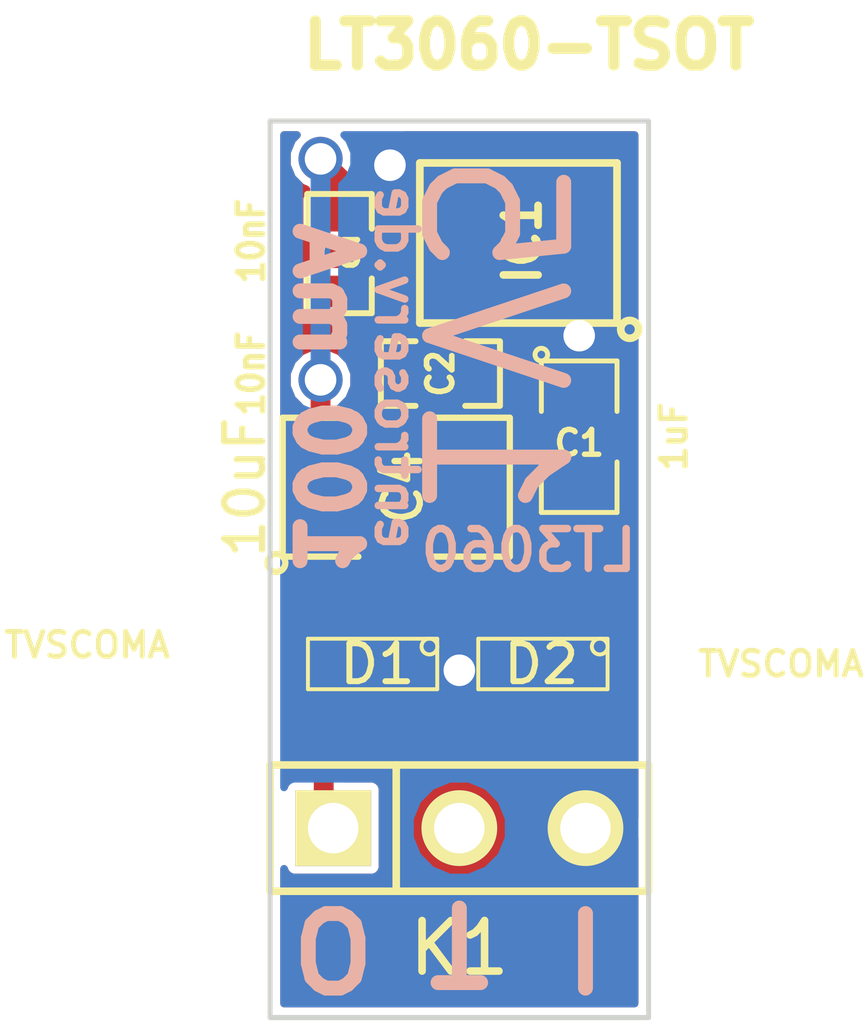
<source format=kicad_pcb>
(kicad_pcb (version 3) (host pcbnew "(2013-07-07 BZR 4022)-stable")

  (general
    (links 19)
    (no_connects 0)
    (area 47.507548 47.0011 65.776452 68.9372)
    (thickness 1.6)
    (drawings 12)
    (tracks 31)
    (zones 0)
    (modules 8)
    (nets 7)
  )

  (page A3)
  (layers
    (15 F.Cu signal)
    (0 B.Cu signal)
    (16 B.Adhes user)
    (17 F.Adhes user)
    (18 B.Paste user)
    (19 F.Paste user)
    (20 B.SilkS user)
    (21 F.SilkS user)
    (22 B.Mask user)
    (23 F.Mask user)
    (24 Dwgs.User user)
    (25 Cmts.User user)
    (26 Eco1.User user)
    (27 Eco2.User user)
    (28 Edge.Cuts user)
  )

  (setup
    (last_trace_width 0.4)
    (trace_clearance 0.154)
    (zone_clearance 0.154)
    (zone_45_only no)
    (trace_min 0.254)
    (segment_width 0.2)
    (edge_width 0.1)
    (via_size 0.889)
    (via_drill 0.635)
    (via_min_size 0.889)
    (via_min_drill 0.508)
    (uvia_size 0.508)
    (uvia_drill 0.127)
    (uvias_allowed no)
    (uvia_min_size 0.508)
    (uvia_min_drill 0.127)
    (pcb_text_width 0.3)
    (pcb_text_size 1.5 1.5)
    (mod_edge_width 0.154)
    (mod_text_size 1 1)
    (mod_text_width 0.15)
    (pad_size 1.5 1.5)
    (pad_drill 0.6)
    (pad_to_mask_clearance 0)
    (aux_axis_origin 0 0)
    (visible_elements 7FFFFFFF)
    (pcbplotparams
      (layerselection 284196865)
      (usegerberextensions true)
      (excludeedgelayer true)
      (linewidth 0.150000)
      (plotframeref false)
      (viasonmask false)
      (mode 1)
      (useauxorigin false)
      (hpglpennumber 1)
      (hpglpenspeed 20)
      (hpglpendiameter 15)
      (hpglpenoverlay 2)
      (psnegative false)
      (psa4output false)
      (plotreference true)
      (plotvalue true)
      (plotothertext true)
      (plotinvisibletext false)
      (padsonsilk false)
      (subtractmaskfromsilk false)
      (outputformat 1)
      (mirror false)
      (drillshape 0)
      (scaleselection 1)
      (outputdirectory ""))
  )

  (net 0 "")
  (net 1 /Vin)
  (net 2 /Vout)
  (net 3 GND)
  (net 4 N-000001)
  (net 5 N-000002)
  (net 6 N-000004)

  (net_class Default "Dies ist die voreingestellte Netzklasse."
    (clearance 0.154)
    (trace_width 0.4)
    (via_dia 0.889)
    (via_drill 0.635)
    (uvia_dia 0.508)
    (uvia_drill 0.127)
    (add_net "")
    (add_net /Vin)
    (add_net /Vout)
    (add_net GND)
    (add_net N-000001)
    (add_net N-000002)
    (add_net N-000004)
  )

  (module SM1210 (layer F.Cu) (tedit 53DE8A50) (tstamp 53DC3E22)
    (at 55.88 56.642)
    (tags "CMS SM")
    (path /53DBB648)
    (attr smd)
    (fp_text reference C4 (at 0.127 0 90) (layer F.SilkS)
      (effects (font (size 0.762 0.762) (thickness 0.127)))
    )
    (fp_text value 10uF (at -3.048 0 90) (layer F.SilkS)
      (effects (font (size 0.762 0.762) (thickness 0.127)))
    )
    (fp_circle (center -2.413 1.524) (end -2.286 1.397) (layer F.SilkS) (width 0.127))
    (fp_line (start -0.762 -1.397) (end -2.286 -1.397) (layer F.SilkS) (width 0.127))
    (fp_line (start -2.286 -1.397) (end -2.286 1.397) (layer F.SilkS) (width 0.127))
    (fp_line (start -2.286 1.397) (end -0.762 1.397) (layer F.SilkS) (width 0.127))
    (fp_line (start 0.762 1.397) (end 2.286 1.397) (layer F.SilkS) (width 0.127))
    (fp_line (start 2.286 1.397) (end 2.286 -1.397) (layer F.SilkS) (width 0.127))
    (fp_line (start 2.286 -1.397) (end 0.762 -1.397) (layer F.SilkS) (width 0.127))
    (pad 1 smd rect (at -1.524 0) (size 1.27 2.54)
      (layers F.Cu F.Paste F.Mask)
      (net 2 /Vout)
    )
    (pad 2 smd rect (at 1.524 0) (size 1.27 2.54)
      (layers F.Cu F.Paste F.Mask)
      (net 3 GND)
    )
    (model smd/chip_cms.wrl
      (at (xyz 0 0 0))
      (scale (xyz 0.17 0.2 0.17))
      (rotate (xyz 0 0 0))
    )
  )

  (module SM0805 (layer F.Cu) (tedit 53DE8A44) (tstamp 53DC3E2F)
    (at 59.563 55.626 270)
    (path /53DBB64E)
    (attr smd)
    (fp_text reference C1 (at 0.127 0 360) (layer F.SilkS)
      (effects (font (size 0.50038 0.50038) (thickness 0.10922)))
    )
    (fp_text value 1uF (at 0 -1.905 270) (layer F.SilkS)
      (effects (font (size 0.50038 0.50038) (thickness 0.10922)))
    )
    (fp_circle (center -1.651 0.762) (end -1.651 0.635) (layer F.SilkS) (width 0.09906))
    (fp_line (start -0.508 0.762) (end -1.524 0.762) (layer F.SilkS) (width 0.09906))
    (fp_line (start -1.524 0.762) (end -1.524 -0.762) (layer F.SilkS) (width 0.09906))
    (fp_line (start -1.524 -0.762) (end -0.508 -0.762) (layer F.SilkS) (width 0.09906))
    (fp_line (start 0.508 -0.762) (end 1.524 -0.762) (layer F.SilkS) (width 0.09906))
    (fp_line (start 1.524 -0.762) (end 1.524 0.762) (layer F.SilkS) (width 0.09906))
    (fp_line (start 1.524 0.762) (end 0.508 0.762) (layer F.SilkS) (width 0.09906))
    (pad 1 smd rect (at -0.9525 0 270) (size 0.889 1.397)
      (layers F.Cu F.Paste F.Mask)
      (net 1 /Vin)
    )
    (pad 2 smd rect (at 0.9525 0 270) (size 0.889 1.397)
      (layers F.Cu F.Paste F.Mask)
      (net 3 GND)
    )
    (model smd/chip_cms.wrl
      (at (xyz 0 0 0))
      (scale (xyz 0.1 0.1 0.1))
      (rotate (xyz 0 0 0))
    )
  )

  (module SM0603_Capa (layer F.Cu) (tedit 53DE8A55) (tstamp 53DC3E3B)
    (at 56.769 54.356)
    (path /53DBB623)
    (attr smd)
    (fp_text reference C2 (at 0 0 90) (layer F.SilkS)
      (effects (font (size 0.508 0.4572) (thickness 0.1143)))
    )
    (fp_text value 10nF (at -3.81 0 90) (layer F.SilkS)
      (effects (font (size 0.508 0.4572) (thickness 0.1143)))
    )
    (fp_line (start 0.50038 0.65024) (end 1.19888 0.65024) (layer F.SilkS) (width 0.11938))
    (fp_line (start -0.50038 0.65024) (end -1.19888 0.65024) (layer F.SilkS) (width 0.11938))
    (fp_line (start 0.50038 -0.65024) (end 1.19888 -0.65024) (layer F.SilkS) (width 0.11938))
    (fp_line (start -1.19888 -0.65024) (end -0.50038 -0.65024) (layer F.SilkS) (width 0.11938))
    (fp_line (start 1.19888 -0.635) (end 1.19888 0.635) (layer F.SilkS) (width 0.11938))
    (fp_line (start -1.19888 0.635) (end -1.19888 -0.635) (layer F.SilkS) (width 0.11938))
    (pad 1 smd rect (at -0.762 0) (size 0.635 1.143)
      (layers F.Cu F.Paste F.Mask)
      (net 4 N-000001)
    )
    (pad 2 smd rect (at 0.762 0) (size 0.635 1.143)
      (layers F.Cu F.Paste F.Mask)
      (net 3 GND)
    )
    (model smd\capacitors\C0603.wrl
      (at (xyz 0 0 0.001))
      (scale (xyz 0.5 0.5 0.5))
      (rotate (xyz 0 0 0))
    )
  )

  (module SM0603_Capa (layer F.Cu) (tedit 53DE8A60) (tstamp 53DC3E47)
    (at 54.737 51.943 270)
    (path /53DBB63F)
    (attr smd)
    (fp_text reference C3 (at 0 0 360) (layer F.SilkS)
      (effects (font (size 0.508 0.4572) (thickness 0.1143)))
    )
    (fp_text value 10nF (at -0.254 1.778 270) (layer F.SilkS)
      (effects (font (size 0.508 0.4572) (thickness 0.1143)))
    )
    (fp_line (start 0.50038 0.65024) (end 1.19888 0.65024) (layer F.SilkS) (width 0.11938))
    (fp_line (start -0.50038 0.65024) (end -1.19888 0.65024) (layer F.SilkS) (width 0.11938))
    (fp_line (start 0.50038 -0.65024) (end 1.19888 -0.65024) (layer F.SilkS) (width 0.11938))
    (fp_line (start -1.19888 -0.65024) (end -0.50038 -0.65024) (layer F.SilkS) (width 0.11938))
    (fp_line (start 1.19888 -0.635) (end 1.19888 0.635) (layer F.SilkS) (width 0.11938))
    (fp_line (start -1.19888 0.635) (end -1.19888 -0.635) (layer F.SilkS) (width 0.11938))
    (pad 1 smd rect (at -0.762 0 270) (size 0.635 1.143)
      (layers F.Cu F.Paste F.Mask)
      (net 2 /Vout)
    )
    (pad 2 smd rect (at 0.762 0 270) (size 0.635 1.143)
      (layers F.Cu F.Paste F.Mask)
      (net 5 N-000002)
    )
    (model smd\capacitors\C0603.wrl
      (at (xyz 0 0 0.001))
      (scale (xyz 0.5 0.5 0.5))
      (rotate (xyz 0 0 0))
    )
  )

  (module PIN_ARRAY_3X1 (layer F.Cu) (tedit 53DE8DD2) (tstamp 53DC3E53)
    (at 57.15 63.5)
    (descr "Connecteur 3 pins")
    (tags "CONN DEV")
    (path /53DBB569)
    (fp_text reference K1 (at 0 2.413) (layer F.SilkS)
      (effects (font (size 1.016 1.016) (thickness 0.1524)))
    )
    (fp_text value CONN_3 (at 0.127 4.699) (layer F.SilkS) hide
      (effects (font (size 1.016 1.016) (thickness 0.1524)))
    )
    (fp_line (start -3.81 1.27) (end -3.81 -1.27) (layer F.SilkS) (width 0.1524))
    (fp_line (start -3.81 -1.27) (end 3.81 -1.27) (layer F.SilkS) (width 0.1524))
    (fp_line (start 3.81 -1.27) (end 3.81 1.27) (layer F.SilkS) (width 0.1524))
    (fp_line (start 3.81 1.27) (end -3.81 1.27) (layer F.SilkS) (width 0.1524))
    (fp_line (start -1.27 -1.27) (end -1.27 1.27) (layer F.SilkS) (width 0.1524))
    (pad 1 thru_hole rect (at -2.54 0) (size 1.524 1.524) (drill 1.016)
      (layers *.Cu *.Mask F.SilkS)
      (net 2 /Vout)
    )
    (pad 2 thru_hole circle (at 0 0) (size 1.524 1.524) (drill 1.016)
      (layers *.Cu *.Mask F.SilkS)
      (net 3 GND)
    )
    (pad 3 thru_hole circle (at 2.54 0) (size 1.524 1.524) (drill 1.016)
      (layers *.Cu *.Mask F.SilkS)
      (net 1 /Vin)
    )
    (model pin_array/pins_array_3x1.wrl
      (at (xyz 0 0 0))
      (scale (xyz 1 1 1))
      (rotate (xyz 0 0 0))
    )
  )

  (module tsot23-8 (layer F.Cu) (tedit 53DE8A36) (tstamp 53DE8AC1)
    (at 59.69 52.705 90)
    (path /53DBE0F4)
    (fp_text reference IC1 (at 1.016 -1.27 90) (layer F.SilkS)
      (effects (font (size 0.7 0.7) (thickness 0.154)))
    )
    (fp_text value LT3060-TSOT (at 4.953 -1.143 360) (layer F.SilkS)
      (effects (font (size 0.889 0.889) (thickness 0.3048)))
    )
    (fp_circle (center -0.762 0.889) (end -0.635 1.016) (layer F.SilkS) (width 0.154))
    (fp_line (start -0.635 0.635) (end 2.58572 0.635) (layer F.SilkS) (width 0.154))
    (fp_line (start 2.58572 0.635) (end 2.58572 -3.33502) (layer F.SilkS) (width 0.154))
    (fp_line (start 2.58572 -3.33502) (end -0.635 -3.33502) (layer F.SilkS) (width 0.154))
    (fp_line (start -0.635 -3.33502) (end -0.635 0.635) (layer F.SilkS) (width 0.154))
    (pad 1 smd rect (at 0 0 90) (size 0.40132 1.3208)
      (layers F.Cu F.Paste F.Mask)
      (net 1 /Vin)
    )
    (pad 2 smd rect (at 0.65024 0 90) (size 0.40132 1.3208)
      (layers F.Cu F.Paste F.Mask)
      (net 3 GND)
    )
    (pad 3 smd rect (at 1.30048 0 90) (size 0.40132 1.3208)
      (layers F.Cu F.Paste F.Mask)
      (net 3 GND)
    )
    (pad 4 smd rect (at 1.95072 0 90) (size 0.40132 1.3208)
      (layers F.Cu F.Paste F.Mask)
      (net 3 GND)
    )
    (pad 5 smd rect (at 1.95072 -2.70002 270) (size 0.40132 1.3208)
      (layers F.Cu F.Paste F.Mask)
      (net 1 /Vin)
    )
    (pad 6 smd rect (at 1.30048 -2.70002 270) (size 0.40132 1.3208)
      (layers F.Cu F.Paste F.Mask)
      (net 2 /Vout)
    )
    (pad 7 smd rect (at 0.65024 -2.70002 270) (size 0.40132 1.3208)
      (layers F.Cu F.Paste F.Mask)
      (net 5 N-000002)
    )
    (pad 8 smd rect (at 0 -2.70002 270) (size 0.40132 1.3208)
      (layers F.Cu F.Paste F.Mask)
      (net 4 N-000001)
    )
  )

  (module SOT23 (layer F.Cu) (tedit 53FE80D9) (tstamp 53FE7FB9)
    (at 58.801 60.198 180)
    (tags SOT23)
    (path /53FE54F9)
    (fp_text reference D2 (at 0 0 180) (layer F.SilkS)
      (effects (font (size 0.762 0.762) (thickness 0.11938)))
    )
    (fp_text value TVSCOMA (at -4.826 0 180) (layer F.SilkS)
      (effects (font (size 0.50038 0.50038) (thickness 0.09906)))
    )
    (fp_circle (center -1.17602 0.35052) (end -1.30048 0.44958) (layer F.SilkS) (width 0.07874))
    (fp_line (start 1.27 -0.508) (end 1.27 0.508) (layer F.SilkS) (width 0.07874))
    (fp_line (start -1.3335 -0.508) (end -1.3335 0.508) (layer F.SilkS) (width 0.07874))
    (fp_line (start 1.27 0.508) (end -1.3335 0.508) (layer F.SilkS) (width 0.07874))
    (fp_line (start -1.3335 -0.508) (end 1.27 -0.508) (layer F.SilkS) (width 0.07874))
    (pad 3 smd rect (at 0 -1.09982 180) (size 0.8001 1.00076)
      (layers F.Cu F.Paste F.Mask)
      (net 6 N-000004)
    )
    (pad 2 smd rect (at 0.9525 1.09982 180) (size 0.8001 1.00076)
      (layers F.Cu F.Paste F.Mask)
      (net 3 GND)
    )
    (pad 1 smd rect (at -0.9525 1.09982 180) (size 0.8001 1.00076)
      (layers F.Cu F.Paste F.Mask)
      (net 3 GND)
    )
    (model smd\SOT23_3.wrl
      (at (xyz 0 0 0))
      (scale (xyz 0.4 0.4 0.4))
      (rotate (xyz 0 0 180))
    )
  )

  (module SOT23 (layer F.Cu) (tedit 53FE80D1) (tstamp 53FE7FC6)
    (at 55.372 60.198 180)
    (tags SOT23)
    (path /53FE53A3)
    (fp_text reference D1 (at -0.127 0 180) (layer F.SilkS)
      (effects (font (size 0.762 0.762) (thickness 0.11938)))
    )
    (fp_text value TVSCOMA (at 5.715 0.381 180) (layer F.SilkS)
      (effects (font (size 0.50038 0.50038) (thickness 0.09906)))
    )
    (fp_circle (center -1.17602 0.35052) (end -1.30048 0.44958) (layer F.SilkS) (width 0.07874))
    (fp_line (start 1.27 -0.508) (end 1.27 0.508) (layer F.SilkS) (width 0.07874))
    (fp_line (start -1.3335 -0.508) (end -1.3335 0.508) (layer F.SilkS) (width 0.07874))
    (fp_line (start 1.27 0.508) (end -1.3335 0.508) (layer F.SilkS) (width 0.07874))
    (fp_line (start -1.3335 -0.508) (end 1.27 -0.508) (layer F.SilkS) (width 0.07874))
    (pad 3 smd rect (at 0 -1.09982 180) (size 0.8001 1.00076)
      (layers F.Cu F.Paste F.Mask)
      (net 6 N-000004)
    )
    (pad 2 smd rect (at 0.9525 1.09982 180) (size 0.8001 1.00076)
      (layers F.Cu F.Paste F.Mask)
      (net 2 /Vout)
    )
    (pad 1 smd rect (at -0.9525 1.09982 180) (size 0.8001 1.00076)
      (layers F.Cu F.Paste F.Mask)
      (net 1 /Vin)
    )
    (model smd\SOT23_3.wrl
      (at (xyz 0 0 0))
      (scale (xyz 0.4 0.4 0.4))
      (rotate (xyz 0 0 180))
    )
  )

  (gr_line (start 53.34 67.31) (end 53.34 49.276) (angle 90) (layer Edge.Cuts) (width 0.1))
  (gr_line (start 60.96 67.31) (end 53.34 67.31) (angle 90) (layer Edge.Cuts) (width 0.1))
  (gr_line (start 60.96 49.276) (end 60.96 67.31) (angle 90) (layer Edge.Cuts) (width 0.1))
  (gr_text I (at 59.69 66.04) (layer B.SilkS)
    (effects (font (size 1.5 1.5) (thickness 0.3)) (justify mirror))
  )
  (gr_text T (at 57.15 65.786 180) (layer B.SilkS)
    (effects (font (size 1.5 1.5) (thickness 0.3)) (justify mirror))
  )
  (gr_text O (at 54.61 66.04) (layer B.SilkS)
    (effects (font (size 1.5 1.5) (thickness 0.3)) (justify mirror))
  )
  (gr_text entroserv.de (at 55.88 54.229 270) (layer B.SilkS)
    (effects (font (size 0.8 0.8) (thickness 0.15)) (justify mirror))
  )
  (gr_text LT3060 (at 58.547 57.912) (layer B.SilkS)
    (effects (font (size 0.8 0.8) (thickness 0.15)) (justify mirror))
  )
  (gr_text "100 mA" (at 54.483 54.864 270) (layer B.SilkS)
    (effects (font (size 1.2 1.2) (thickness 0.3)) (justify mirror))
  )
  (gr_line (start 60.96 67.31) (end 53.34 67.31) (angle 90) (layer Edge.Cuts) (width 0.1))
  (gr_line (start 53.34 49.276) (end 60.96 49.276) (angle 90) (layer Edge.Cuts) (width 0.1))
  (gr_text 1V5 (at 57.785 53.594 270) (layer B.SilkS)
    (effects (font (size 2.7 2.7) (thickness 0.3)) (justify mirror))
  )

  (segment (start 56.3245 59.09818) (end 56.3245 59.4995) (width 0.4) (layer F.Cu) (net 1))
  (segment (start 57.15 60.325) (end 57.277 60.325) (width 0.4) (layer B.Cu) (net 1) (tstamp 53FE809C))
  (via (at 57.15 60.325) (size 0.889) (layers F.Cu B.Cu) (net 1))
  (segment (start 56.3245 59.4995) (end 57.15 60.325) (width 0.4) (layer F.Cu) (net 1) (tstamp 53FE8095))
  (segment (start 56.98998 50.75428) (end 56.34228 50.75428) (width 0.4) (layer F.Cu) (net 1))
  (via (at 55.753 50.165) (size 0.889) (layers F.Cu B.Cu) (net 1))
  (segment (start 56.34228 50.75428) (end 55.753 50.165) (width 0.4) (layer F.Cu) (net 1) (tstamp 53DE81FC))
  (segment (start 59.563 53.594) (end 59.563 52.832) (width 0.4) (layer F.Cu) (net 1))
  (via (at 59.563 53.594) (size 0.889) (layers F.Cu B.Cu) (net 1))
  (segment (start 59.563 54.6735) (end 59.563 53.594) (width 0.4) (layer F.Cu) (net 1))
  (segment (start 59.563 52.832) (end 59.69 52.705) (width 0.4) (layer F.Cu) (net 1) (tstamp 53DE861F))
  (segment (start 54.4195 59.09818) (end 54.4195 63.3095) (width 0.4) (layer F.Cu) (net 2))
  (segment (start 54.4195 63.3095) (end 54.61 63.5) (width 0.4) (layer F.Cu) (net 2) (tstamp 53FE8092))
  (segment (start 54.356 56.642) (end 54.356 59.03468) (width 0.4) (layer F.Cu) (net 2))
  (segment (start 54.356 59.03468) (end 54.4195 59.09818) (width 0.4) (layer F.Cu) (net 2) (tstamp 53FE808F))
  (segment (start 54.356 56.642) (end 54.356 54.483) (width 0.4) (layer F.Cu) (net 2))
  (via (at 54.356 54.483) (size 0.889) (layers F.Cu B.Cu) (net 2))
  (segment (start 54.356 54.483) (end 54.356 50.038) (width 0.4) (layer B.Cu) (net 2) (tstamp 53DE8330))
  (via (at 54.356 50.038) (size 0.889) (layers F.Cu B.Cu) (net 2))
  (segment (start 54.356 50.038) (end 54.737 50.419) (width 0.4) (layer F.Cu) (net 2) (tstamp 53DE8335))
  (segment (start 54.737 50.419) (end 54.737 51.181) (width 0.4) (layer F.Cu) (net 2) (tstamp 53DE8336))
  (segment (start 56.98998 51.40452) (end 55.97652 51.40452) (width 0.4) (layer F.Cu) (net 2))
  (segment (start 55.753 51.181) (end 54.737 51.181) (width 0.4) (layer F.Cu) (net 2) (tstamp 53DE81C5))
  (segment (start 55.97652 51.40452) (end 55.753 51.181) (width 0.4) (layer F.Cu) (net 2) (tstamp 53DE81C2))
  (segment (start 56.007 54.356) (end 56.007 53.086) (width 0.4) (layer F.Cu) (net 4))
  (segment (start 56.388 52.705) (end 56.98998 52.705) (width 0.4) (layer F.Cu) (net 4) (tstamp 53DE8304))
  (segment (start 56.007 53.086) (end 56.388 52.705) (width 0.4) (layer F.Cu) (net 4) (tstamp 53DE8302))
  (segment (start 56.98998 52.05476) (end 56.02224 52.05476) (width 0.4) (layer F.Cu) (net 5))
  (segment (start 55.372 52.705) (end 54.737 52.705) (width 0.4) (layer F.Cu) (net 5) (tstamp 53DE82F9))
  (segment (start 56.02224 52.05476) (end 55.372 52.705) (width 0.4) (layer F.Cu) (net 5) (tstamp 53DE82F6))
  (segment (start 58.801 61.29782) (end 55.372 61.29782) (width 0.4) (layer F.Cu) (net 6))

  (zone (net 3) (net_name GND) (layer F.Cu) (tstamp 53FE39FD) (hatch edge 0.508)
    (connect_pads yes (clearance 0.154))
    (min_thickness 0.154)
    (fill (arc_segments 16) (thermal_gap 0.508) (thermal_bridge_width 0.508))
    (polygon
      (pts
        (xy 60.96 67.31) (xy 53.34 67.31) (xy 53.34 49.276) (xy 60.96 49.276)
      )
    )
    (filled_polygon
      (pts
        (xy 60.679 67.029) (xy 53.621 67.029) (xy 53.621 64.317522) (xy 53.652054 64.39268) (xy 53.716979 64.457717)
        (xy 53.80185 64.492959) (xy 53.893747 64.493039) (xy 55.417747 64.493039) (xy 55.50268 64.457946) (xy 55.567717 64.393021)
        (xy 55.602959 64.30815) (xy 55.603039 64.216253) (xy 55.603039 62.692253) (xy 55.567946 62.60732) (xy 55.503021 62.542283)
        (xy 55.41815 62.507041) (xy 55.326253 62.506961) (xy 54.8505 62.506961) (xy 54.8505 61.997891) (xy 54.9258 62.029159)
        (xy 55.017697 62.029239) (xy 55.817797 62.029239) (xy 55.90273 61.994146) (xy 55.967767 61.929221) (xy 56.003009 61.84435)
        (xy 56.003089 61.752453) (xy 56.003089 61.72882) (xy 58.169911 61.72882) (xy 58.169911 61.843947) (xy 58.205004 61.92888)
        (xy 58.269929 61.993917) (xy 58.3548 62.029159) (xy 58.446697 62.029239) (xy 59.246797 62.029239) (xy 59.33173 61.994146)
        (xy 59.396767 61.929221) (xy 59.432009 61.84435) (xy 59.432089 61.752453) (xy 59.432089 60.751693) (xy 59.396996 60.66676)
        (xy 59.332071 60.601723) (xy 59.2472 60.566481) (xy 59.155303 60.566401) (xy 58.355203 60.566401) (xy 58.27027 60.601494)
        (xy 58.205233 60.666419) (xy 58.169991 60.75129) (xy 58.169911 60.843187) (xy 58.169911 60.86682) (xy 57.563369 60.86682)
        (xy 57.722327 60.70814) (xy 57.825383 60.459955) (xy 57.825617 60.191224) (xy 57.722995 59.94286) (xy 57.53314 59.752673)
        (xy 57.284955 59.649617) (xy 57.083967 59.649441) (xy 56.955589 59.521063) (xy 56.955589 58.552053) (xy 56.920496 58.46712)
        (xy 56.855571 58.402083) (xy 56.7707 58.366841) (xy 56.678803 58.366761) (xy 55.878703 58.366761) (xy 55.79377 58.401854)
        (xy 55.728733 58.466779) (xy 55.693491 58.55165) (xy 55.693411 58.643547) (xy 55.693411 59.644307) (xy 55.728504 59.72924)
        (xy 55.793429 59.794277) (xy 55.8783 59.829519) (xy 55.970197 59.829599) (xy 56.045073 59.829599) (xy 56.474556 60.259082)
        (xy 56.474383 60.458776) (xy 56.577005 60.70714) (xy 56.736406 60.86682) (xy 56.003089 60.86682) (xy 56.003089 60.751693)
        (xy 55.967996 60.66676) (xy 55.903071 60.601723) (xy 55.8182 60.566481) (xy 55.726303 60.566401) (xy 54.926203 60.566401)
        (xy 54.8505 60.59768) (xy 54.8505 59.829599) (xy 54.865297 59.829599) (xy 54.95023 59.794506) (xy 55.015267 59.729581)
        (xy 55.050509 59.64471) (xy 55.050589 59.552813) (xy 55.050589 58.552053) (xy 55.015496 58.46712) (xy 54.950571 58.402083)
        (xy 54.8657 58.366841) (xy 54.787 58.366772) (xy 54.787 58.143039) (xy 55.036747 58.143039) (xy 55.12168 58.107946)
        (xy 55.186717 58.043021) (xy 55.221959 57.95815) (xy 55.222039 57.866253) (xy 55.222039 55.326253) (xy 55.186946 55.24132)
        (xy 55.122021 55.176283) (xy 55.03715 55.141041) (xy 54.945253 55.140961) (xy 54.787 55.140961) (xy 54.787 55.00722)
        (xy 54.928327 54.86614) (xy 55.031383 54.617955) (xy 55.031617 54.349224) (xy 54.928995 54.10086) (xy 54.73914 53.910673)
        (xy 54.490955 53.807617) (xy 54.222224 53.807383) (xy 53.97386 53.910005) (xy 53.783673 54.09986) (xy 53.680617 54.348045)
        (xy 53.680383 54.616776) (xy 53.783005 54.86514) (xy 53.925 55.007383) (xy 53.925 55.140961) (xy 53.675253 55.140961)
        (xy 53.621 55.163377) (xy 53.621 49.557) (xy 53.881704 49.557) (xy 53.783673 49.65486) (xy 53.680617 49.903045)
        (xy 53.680383 50.171776) (xy 53.783005 50.42014) (xy 53.97286 50.610327) (xy 54.072842 50.651843) (xy 54.03482 50.667554)
        (xy 53.969783 50.732479) (xy 53.934541 50.81735) (xy 53.934461 50.909247) (xy 53.934461 51.544247) (xy 53.969554 51.62918)
        (xy 54.034479 51.694217) (xy 54.11935 51.729459) (xy 54.211247 51.729539) (xy 55.354247 51.729539) (xy 55.43918 51.694446)
        (xy 55.504217 51.629521) (xy 55.511492 51.612) (xy 55.574474 51.612) (xy 55.671757 51.709283) (xy 55.725083 51.744914)
        (xy 55.717477 51.749997) (xy 55.310971 52.156502) (xy 55.262753 52.156461) (xy 54.119753 52.156461) (xy 54.03482 52.191554)
        (xy 53.969783 52.256479) (xy 53.934541 52.34135) (xy 53.934461 52.433247) (xy 53.934461 53.068247) (xy 53.969554 53.15318)
        (xy 54.034479 53.218217) (xy 54.11935 53.253459) (xy 54.211247 53.253539) (xy 55.354247 53.253539) (xy 55.43918 53.218446)
        (xy 55.504217 53.153521) (xy 55.524051 53.105755) (xy 55.524051 53.105754) (xy 55.536936 53.103192) (xy 55.536937 53.103192)
        (xy 55.578043 53.075725) (xy 55.576 53.086) (xy 55.576 53.581455) (xy 55.55882 53.588554) (xy 55.493783 53.653479)
        (xy 55.458541 53.73835) (xy 55.458461 53.830247) (xy 55.458461 54.973247) (xy 55.493554 55.05818) (xy 55.558479 55.123217)
        (xy 55.64335 55.158459) (xy 55.735247 55.158539) (xy 56.370247 55.158539) (xy 56.45518 55.123446) (xy 56.520217 55.058521)
        (xy 56.555459 54.97365) (xy 56.555539 54.881753) (xy 56.555539 53.738753) (xy 56.520446 53.65382) (xy 56.455521 53.588783)
        (xy 56.438 53.581507) (xy 56.438 53.264526) (xy 56.565827 53.136699) (xy 57.696127 53.136699) (xy 57.78106 53.101606)
        (xy 57.846097 53.036681) (xy 57.881339 52.95181) (xy 57.881419 52.859913) (xy 57.881419 52.458593) (xy 57.848858 52.379789)
        (xy 57.881339 52.30157) (xy 57.881419 52.209673) (xy 57.881419 51.808353) (xy 57.848858 51.729549) (xy 57.881339 51.65133)
        (xy 57.881419 51.559433) (xy 57.881419 51.158113) (xy 57.848858 51.079309) (xy 57.881339 51.00109) (xy 57.881419 50.909193)
        (xy 57.881419 50.507873) (xy 57.846326 50.42294) (xy 57.781401 50.357903) (xy 57.69653 50.322661) (xy 57.604633 50.322581)
        (xy 56.520107 50.322581) (xy 56.428443 50.230917) (xy 56.428617 50.031224) (xy 56.325995 49.78286) (xy 56.13614 49.592673)
        (xy 56.05023 49.557) (xy 60.679 49.557) (xy 60.679 63.29325) (xy 60.581439 63.057134) (xy 60.581439 52.859913)
        (xy 60.581439 52.458593) (xy 60.546346 52.37366) (xy 60.481421 52.308623) (xy 60.39655 52.273381) (xy 60.304653 52.273301)
        (xy 58.983853 52.273301) (xy 58.89892 52.308394) (xy 58.833883 52.373319) (xy 58.798641 52.45819) (xy 58.798561 52.550087)
        (xy 58.798561 52.951407) (xy 58.833654 53.03634) (xy 58.898579 53.101377) (xy 58.98345 53.136619) (xy 59.064972 53.136689)
        (xy 58.990673 53.21086) (xy 58.887617 53.459045) (xy 58.887383 53.727776) (xy 58.990005 53.97614) (xy 59.011787 53.997961)
        (xy 58.818753 53.997961) (xy 58.73382 54.033054) (xy 58.668783 54.097979) (xy 58.633541 54.18285) (xy 58.633461 54.274747)
        (xy 58.633461 55.163747) (xy 58.668554 55.24868) (xy 58.733479 55.313717) (xy 58.81835 55.348959) (xy 58.910247 55.349039)
        (xy 60.307247 55.349039) (xy 60.39218 55.313946) (xy 60.457217 55.249021) (xy 60.492459 55.16415) (xy 60.492539 55.072253)
        (xy 60.492539 54.183253) (xy 60.457446 54.09832) (xy 60.392521 54.033283) (xy 60.30765 53.998041) (xy 60.215753 53.997961)
        (xy 60.114469 53.997961) (xy 60.135327 53.97714) (xy 60.238383 53.728955) (xy 60.238617 53.460224) (xy 60.135995 53.21186)
        (xy 60.060965 53.136699) (xy 60.396147 53.136699) (xy 60.48108 53.101606) (xy 60.546117 53.036681) (xy 60.581359 52.95181)
        (xy 60.581439 52.859913) (xy 60.581439 63.057134) (xy 60.532315 62.938246) (xy 60.253224 62.658666) (xy 59.888386 62.507173)
        (xy 59.493347 62.506828) (xy 59.128246 62.657685) (xy 58.848666 62.936776) (xy 58.697173 63.301614) (xy 58.696828 63.696653)
        (xy 58.847685 64.061754) (xy 59.126776 64.341334) (xy 59.491614 64.492827) (xy 59.886653 64.493172) (xy 60.251754 64.342315)
        (xy 60.531334 64.063224) (xy 60.679 63.707602) (xy 60.679 67.029)
      )
    )
  )
  (zone (net 1) (net_name /Vin) (layer B.Cu) (tstamp 53DE823E) (hatch edge 0.508)
    (connect_pads yes (clearance 0.154))
    (min_thickness 0.154)
    (fill (arc_segments 16) (thermal_gap 0.508) (thermal_bridge_width 0.508))
    (polygon
      (pts
        (xy 60.96 67.31) (xy 53.34 67.31) (xy 53.34 49.276) (xy 60.96 49.276)
      )
    )
    (filled_polygon
      (pts
        (xy 60.679 67.029) (xy 58.143172 67.029) (xy 58.143172 63.303347) (xy 57.992315 62.938246) (xy 57.713224 62.658666)
        (xy 57.348386 62.507173) (xy 56.953347 62.506828) (xy 56.588246 62.657685) (xy 56.308666 62.936776) (xy 56.157173 63.301614)
        (xy 56.156828 63.696653) (xy 56.307685 64.061754) (xy 56.586776 64.341334) (xy 56.951614 64.492827) (xy 57.346653 64.493172)
        (xy 57.711754 64.342315) (xy 57.991334 64.063224) (xy 58.142827 63.698386) (xy 58.143172 63.303347) (xy 58.143172 67.029)
        (xy 53.621 67.029) (xy 53.621 64.317522) (xy 53.652054 64.39268) (xy 53.716979 64.457717) (xy 53.80185 64.492959)
        (xy 53.893747 64.493039) (xy 55.417747 64.493039) (xy 55.50268 64.457946) (xy 55.567717 64.393021) (xy 55.602959 64.30815)
        (xy 55.603039 64.216253) (xy 55.603039 62.692253) (xy 55.567946 62.60732) (xy 55.503021 62.542283) (xy 55.41815 62.507041)
        (xy 55.326253 62.506961) (xy 53.802253 62.506961) (xy 53.71732 62.542054) (xy 53.652283 62.606979) (xy 53.621 62.682315)
        (xy 53.621 49.557) (xy 53.881704 49.557) (xy 53.783673 49.65486) (xy 53.680617 49.903045) (xy 53.680383 50.171776)
        (xy 53.783005 50.42014) (xy 53.925 50.562383) (xy 53.925 53.958779) (xy 53.783673 54.09986) (xy 53.680617 54.348045)
        (xy 53.680383 54.616776) (xy 53.783005 54.86514) (xy 53.97286 55.055327) (xy 54.221045 55.158383) (xy 54.489776 55.158617)
        (xy 54.73814 55.055995) (xy 54.928327 54.86614) (xy 55.031383 54.617955) (xy 55.031617 54.349224) (xy 54.928995 54.10086)
        (xy 54.787 53.958616) (xy 54.787 50.56222) (xy 54.928327 50.42114) (xy 55.031383 50.172955) (xy 55.031617 49.904224)
        (xy 54.928995 49.65586) (xy 54.830307 49.557) (xy 60.679 49.557) (xy 60.679 67.029)
      )
    )
  )
)

</source>
